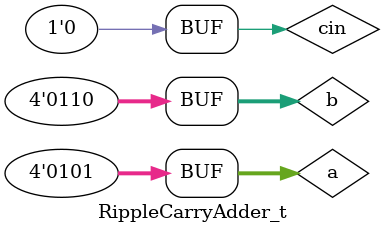
<source format=v>
`timescale 1ns/1ps

module RippleCarryAdder_t;
    reg [3:0] a = 4'b0101;
    reg [3:0] b = 4'b0110;
    reg cin = 1'b0;
    wire [3:0] sum;
    wire cout;

    RippleCarryAdder r0(
        .a(a),
        .b(b),
        .cin(cin),
        .cout(cout),
        .sum(sum)
    );



endmodule
</source>
